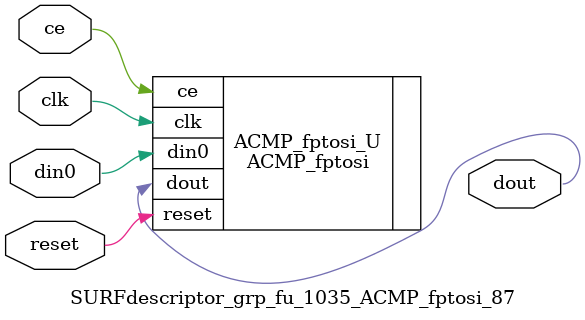
<source format=v>

`timescale 1 ns / 1 ps
module SURFdescriptor_grp_fu_1035_ACMP_fptosi_87(
    clk,
    reset,
    ce,
    din0,
    dout);

parameter ID = 32'd1;
parameter NUM_STAGE = 32'd1;
parameter din0_WIDTH = 32'd1;
parameter dout_WIDTH = 32'd1;
input clk;
input reset;
input ce;
input[din0_WIDTH - 1:0] din0;
output[dout_WIDTH - 1:0] dout;



ACMP_fptosi #(
.ID( ID ),
.NUM_STAGE( 3 ),
.din0_WIDTH( din0_WIDTH ),
.dout_WIDTH( dout_WIDTH ))
ACMP_fptosi_U(
    .clk( clk ),
    .reset( reset ),
    .ce( ce ),
    .din0( din0 ),
    .dout( dout ));

endmodule

</source>
